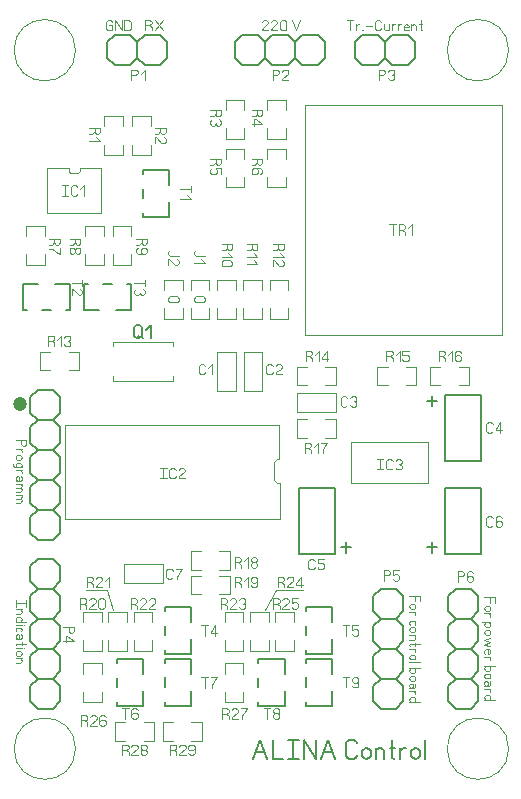
<source format=gbr>
%FSLAX34Y34*%
%MOMM*%
%LNSILK_TOP*%
G71*
G01*
%ADD10C, 0.10*%
%ADD11C, 0.11*%
%ADD12C, 0.15*%
%ADD13C, 0.13*%
%ADD14C, 0.20*%
%ADD15C, 1.20*%
%LPD*%
G54D10*
X50237Y-429775D02*
X50237Y-349775D01*
X231737Y-349775D01*
X231737Y-378975D01*
G54D10*
X231737Y-398981D02*
X229237Y-398981D01*
X226737Y-396481D01*
X226737Y-381481D01*
X229237Y-378981D01*
X231737Y-378981D01*
G54D10*
X231737Y-429775D02*
X50237Y-429775D01*
G54D10*
X232137Y-399475D02*
X232137Y-429575D01*
G54D11*
X130807Y-395190D02*
X136140Y-395190D01*
G54D11*
X133474Y-395190D02*
X133474Y-386301D01*
G54D11*
X130807Y-386301D02*
X136140Y-386301D01*
G54D11*
X143917Y-393524D02*
X143251Y-394635D01*
X141917Y-395190D01*
X140584Y-395190D01*
X139251Y-394635D01*
X138584Y-393524D01*
X138584Y-387968D01*
X139251Y-386857D01*
X140584Y-386301D01*
X141917Y-386301D01*
X143251Y-386857D01*
X143917Y-387968D01*
G54D11*
X151694Y-395190D02*
X146361Y-395190D01*
X146361Y-394635D01*
X147028Y-393524D01*
X151028Y-390190D01*
X151694Y-389079D01*
X151694Y-387968D01*
X151028Y-386857D01*
X149694Y-386301D01*
X148361Y-386301D01*
X147028Y-386857D01*
X146361Y-387968D01*
G54D12*
X26978Y-345794D02*
X20677Y-352094D01*
X20678Y-364894D01*
X26978Y-371194D01*
X39778Y-371194D01*
X46078Y-364894D01*
X46078Y-352094D01*
X39777Y-345794D01*
X26978Y-345794D01*
G54D12*
X26978Y-371194D02*
X20678Y-377494D01*
X20678Y-390294D01*
X26978Y-396594D01*
X39778Y-396594D01*
X46078Y-390294D01*
X46078Y-377494D01*
X39778Y-371194D01*
X26978Y-371194D01*
G54D12*
X26978Y-396594D02*
X20678Y-402894D01*
X20678Y-415694D01*
X26977Y-421994D01*
X39777Y-421994D01*
X46078Y-415694D01*
X46078Y-402894D01*
X39778Y-396594D01*
X26978Y-396594D01*
G54D12*
X26977Y-421994D02*
X20678Y-428294D01*
X20678Y-441094D01*
X26977Y-447394D01*
X39777Y-447394D01*
X46078Y-441094D01*
X46078Y-428294D01*
X39777Y-421994D01*
X26977Y-421994D01*
G54D12*
X26978Y-320394D02*
X20678Y-326694D01*
X20678Y-339494D01*
X26978Y-345794D01*
X39777Y-345794D01*
X46078Y-339494D01*
X46078Y-326694D01*
X39778Y-320394D01*
X26978Y-320394D01*
G54D10*
X292119Y-364138D02*
X292119Y-399138D01*
X357119Y-399138D01*
X357119Y-364138D01*
X292119Y-364138D01*
G54D11*
X314430Y-387664D02*
X319763Y-387664D01*
G54D11*
X317096Y-387664D02*
X317096Y-378775D01*
G54D11*
X314430Y-378775D02*
X319763Y-378775D01*
G54D11*
X327540Y-385997D02*
X326873Y-387108D01*
X325540Y-387664D01*
X324207Y-387664D01*
X322873Y-387108D01*
X322207Y-385997D01*
X322207Y-380442D01*
X322873Y-379331D01*
X324207Y-378775D01*
X325540Y-378775D01*
X326873Y-379331D01*
X327540Y-380442D01*
G54D11*
X329984Y-380442D02*
X330650Y-379331D01*
X331984Y-378775D01*
X333317Y-378775D01*
X334650Y-379331D01*
X335317Y-380442D01*
X335317Y-381553D01*
X334650Y-382664D01*
X333317Y-383220D01*
X334650Y-383775D01*
X335317Y-384886D01*
X335317Y-385997D01*
X334650Y-387108D01*
X333317Y-387664D01*
X331984Y-387664D01*
X330650Y-387108D01*
X329984Y-385997D01*
G54D10*
X99939Y-475819D02*
X99939Y-483757D01*
X124546Y-483757D01*
G54D10*
X99939Y-475819D02*
X99939Y-467882D01*
X108670Y-467882D01*
G54D10*
X132808Y-475819D02*
X132808Y-483757D01*
X124077Y-483757D01*
G54D10*
X132808Y-475819D02*
X132808Y-467882D01*
X108202Y-467882D01*
G54D12*
X248436Y-403018D02*
X278436Y-403018D01*
X278436Y-459368D01*
X248436Y-459368D01*
X248436Y-403018D01*
G54D11*
X261616Y-470548D02*
X260949Y-471659D01*
X259616Y-472214D01*
X258282Y-472214D01*
X256949Y-471659D01*
X256282Y-470548D01*
X256282Y-464992D01*
X256949Y-463881D01*
X258282Y-463325D01*
X259616Y-463325D01*
X260949Y-463881D01*
X261616Y-464992D01*
G54D11*
X269393Y-463325D02*
X264059Y-463325D01*
X264059Y-467214D01*
X264726Y-467214D01*
X266059Y-466659D01*
X267393Y-466659D01*
X268726Y-467214D01*
X269393Y-468325D01*
X269393Y-470548D01*
X268726Y-471659D01*
X267393Y-472214D01*
X266059Y-472214D01*
X264726Y-471659D01*
X264059Y-470548D01*
G54D13*
X112159Y-274367D02*
X116159Y-276367D01*
G54D13*
X115359Y-267701D02*
X115359Y-274367D01*
X114559Y-275701D01*
X112959Y-276367D01*
X111359Y-276367D01*
X109759Y-275701D01*
X108959Y-274367D01*
X108959Y-267701D01*
X109759Y-266367D01*
X111359Y-265701D01*
X112959Y-265701D01*
X114559Y-266367D01*
X115359Y-267701D01*
G54D13*
X119092Y-269701D02*
X123092Y-265701D01*
X123092Y-276367D01*
G54D10*
X279329Y-352974D02*
X279329Y-345036D01*
X270598Y-345036D01*
G54D10*
X279329Y-352974D02*
X279329Y-360912D01*
X270598Y-360911D01*
G54D10*
X246460Y-352974D02*
X246460Y-345036D01*
X255191Y-345036D01*
G54D10*
X246460Y-352974D02*
X246460Y-360912D01*
X255191Y-360912D01*
G54D10*
X279329Y-330749D02*
X279329Y-322811D01*
X254722Y-322812D01*
G54D10*
X279329Y-330749D02*
X279329Y-338686D01*
X270598Y-338686D01*
G54D10*
X246460Y-330749D02*
X246460Y-322812D01*
X255191Y-322812D01*
G54D10*
X246460Y-330749D02*
X246460Y-338686D01*
X271066Y-338686D01*
G54D10*
X279329Y-308524D02*
X279329Y-300586D01*
X270598Y-300586D01*
G54D10*
X279329Y-308524D02*
X279329Y-316462D01*
X270598Y-316461D01*
G54D10*
X246460Y-308524D02*
X246460Y-300586D01*
X255191Y-300586D01*
G54D10*
X246460Y-308524D02*
X246460Y-316462D01*
X255191Y-316462D01*
G54D10*
X209341Y-321029D02*
X217279Y-321029D01*
X217278Y-296423D01*
G54D10*
X209341Y-321029D02*
X201404Y-321029D01*
X201404Y-312298D01*
G54D10*
X209341Y-288160D02*
X217278Y-288160D01*
X217278Y-296891D01*
G54D10*
X209341Y-288160D02*
X201404Y-288160D01*
X201404Y-312766D01*
G54D10*
X187116Y-321029D02*
X195054Y-321029D01*
X195054Y-296423D01*
G54D10*
X187116Y-321029D02*
X179178Y-321029D01*
X179178Y-312298D01*
G54D10*
X187116Y-288160D02*
X195054Y-288160D01*
X195054Y-296891D01*
G54D10*
X187116Y-288160D02*
X179178Y-288160D01*
X179178Y-312766D01*
G54D11*
X141374Y-478822D02*
X140708Y-479934D01*
X139374Y-480489D01*
X138041Y-480489D01*
X136708Y-479934D01*
X136041Y-478822D01*
X136041Y-473267D01*
X136708Y-472156D01*
X138041Y-471600D01*
X139374Y-471600D01*
X140708Y-472156D01*
X141374Y-473267D01*
G54D11*
X143818Y-471600D02*
X149151Y-471600D01*
X148485Y-472711D01*
X147151Y-474378D01*
X145818Y-476600D01*
X145151Y-478267D01*
X145151Y-480489D01*
G54D11*
X255970Y-369338D02*
X257970Y-370449D01*
X258637Y-371560D01*
X258637Y-373782D01*
G54D11*
X253303Y-373782D02*
X253303Y-364894D01*
X256637Y-364894D01*
X257970Y-365449D01*
X258637Y-366560D01*
X258637Y-367671D01*
X257970Y-368782D01*
X256637Y-369338D01*
X253303Y-369338D01*
G54D11*
X261080Y-368227D02*
X264414Y-364894D01*
X264414Y-373782D01*
G54D11*
X266857Y-364894D02*
X272191Y-364894D01*
X271524Y-366005D01*
X270191Y-367671D01*
X268857Y-369894D01*
X268191Y-371560D01*
X268191Y-373782D01*
G54D11*
X289132Y-332766D02*
X288465Y-333877D01*
X287132Y-334433D01*
X285798Y-334433D01*
X284465Y-333877D01*
X283798Y-332766D01*
X283798Y-327211D01*
X284465Y-326100D01*
X285798Y-325544D01*
X287132Y-325544D01*
X288465Y-326100D01*
X289132Y-327211D01*
G54D11*
X291575Y-327211D02*
X292242Y-326100D01*
X293575Y-325544D01*
X294909Y-325544D01*
X296242Y-326100D01*
X296909Y-327211D01*
X296909Y-328322D01*
X296242Y-329433D01*
X294909Y-329989D01*
X296242Y-330544D01*
X296909Y-331655D01*
X296909Y-332766D01*
X296242Y-333877D01*
X294909Y-334433D01*
X293575Y-334433D01*
X292242Y-333877D01*
X291575Y-332766D01*
G54D11*
X412282Y-434468D02*
X411615Y-435579D01*
X410282Y-436134D01*
X408948Y-436134D01*
X407615Y-435579D01*
X406948Y-434468D01*
X406948Y-428912D01*
X407615Y-427801D01*
X408948Y-427245D01*
X410282Y-427245D01*
X411615Y-427801D01*
X412282Y-428912D01*
G54D11*
X420059Y-428912D02*
X419392Y-427801D01*
X418059Y-427245D01*
X416725Y-427245D01*
X415392Y-427801D01*
X414725Y-428912D01*
X414725Y-431690D01*
X414725Y-432245D01*
X416725Y-431134D01*
X418059Y-431134D01*
X419392Y-431690D01*
X420059Y-432801D01*
X420059Y-434468D01*
X419392Y-435579D01*
X418059Y-436134D01*
X416725Y-436134D01*
X415392Y-435579D01*
X414725Y-434468D01*
X414725Y-431690D01*
G54D12*
X372261Y-403018D02*
X402261Y-403018D01*
X402261Y-459368D01*
X372261Y-459368D01*
X372261Y-403018D01*
G54D11*
X256667Y-291624D02*
X258667Y-292735D01*
X259333Y-293846D01*
X259333Y-296068D01*
G54D11*
X254000Y-296068D02*
X254000Y-287180D01*
X257333Y-287180D01*
X258667Y-287735D01*
X259333Y-288846D01*
X259333Y-289957D01*
X258667Y-291068D01*
X257333Y-291624D01*
X254000Y-291624D01*
G54D11*
X261777Y-290513D02*
X265110Y-287180D01*
X265110Y-296068D01*
G54D11*
X271554Y-296068D02*
X271554Y-287180D01*
X267554Y-292735D01*
X267554Y-293846D01*
X272887Y-293846D01*
G54D10*
X90488Y-283369D02*
X90488Y-279797D01*
X141288Y-279797D01*
X141288Y-283369D01*
G54D10*
X141288Y-308769D02*
X141288Y-312341D01*
X90488Y-312341D01*
X90488Y-308769D01*
G54D12*
X288131Y-457994D02*
X288131Y-449262D01*
G54D12*
X283766Y-453628D02*
X292497Y-453628D01*
G54D12*
X361156Y-457994D02*
X361156Y-449262D01*
G54D12*
X356791Y-453628D02*
X365522Y-453628D01*
G54D12*
X276619Y-574820D02*
X276619Y-587520D01*
X254394Y-587520D01*
X254394Y-584346D01*
G54D12*
X254394Y-571646D02*
X254394Y-563708D01*
G54D12*
X276619Y-560683D02*
X276619Y-547983D01*
X254394Y-547983D01*
X254394Y-551158D01*
G54D12*
X276618Y-517026D02*
X276618Y-504326D01*
X254393Y-504326D01*
X254393Y-507501D01*
G54D12*
X254393Y-520201D02*
X254393Y-528138D01*
G54D12*
X276618Y-531164D02*
X276618Y-543864D01*
X254393Y-543864D01*
X254393Y-540688D01*
G54D12*
X236137Y-560682D02*
X236137Y-547982D01*
X213912Y-547982D01*
X213912Y-551157D01*
G54D12*
X213912Y-563857D02*
X213912Y-571795D01*
G54D12*
X236137Y-574820D02*
X236137Y-587520D01*
X213912Y-587520D01*
X213912Y-584345D01*
G54D10*
X214637Y-541002D02*
X222575Y-541002D01*
X222575Y-532270D01*
G54D10*
X214637Y-541002D02*
X206700Y-541002D01*
X206700Y-532270D01*
G54D10*
X214637Y-508133D02*
X222575Y-508133D01*
X222575Y-516864D01*
G54D10*
X214637Y-508133D02*
X206700Y-508133D01*
X206700Y-516864D01*
G54D10*
X236068Y-541002D02*
X244006Y-541002D01*
X244006Y-532270D01*
G54D10*
X236068Y-541002D02*
X228131Y-541002D01*
X228131Y-532270D01*
G54D10*
X236068Y-508133D02*
X244006Y-508133D01*
X244006Y-516864D01*
G54D10*
X236068Y-508133D02*
X228131Y-508133D01*
X228131Y-516864D01*
G54D10*
X193206Y-541002D02*
X201144Y-541002D01*
X201144Y-532270D01*
G54D10*
X193206Y-541002D02*
X185268Y-541002D01*
X185268Y-532270D01*
G54D10*
X193206Y-508133D02*
X201144Y-508133D01*
X201144Y-516864D01*
G54D10*
X193206Y-508133D02*
X185268Y-508133D01*
X185268Y-516864D01*
G54D12*
X380990Y-488669D02*
X374690Y-494970D01*
X374690Y-507769D01*
X380990Y-514070D01*
X393790Y-514069D01*
X400090Y-507769D01*
X400090Y-494969D01*
X393790Y-488669D01*
X380990Y-488669D01*
G54D12*
X380990Y-514070D02*
X374690Y-520369D01*
X374690Y-533169D01*
X380990Y-539469D01*
X393790Y-539469D01*
X400090Y-533169D01*
X400090Y-520369D01*
X393790Y-514069D01*
X380990Y-514070D01*
G54D12*
X380990Y-539469D02*
X374690Y-545769D01*
X374690Y-558569D01*
X380990Y-564869D01*
X393790Y-564869D01*
X400090Y-558569D01*
X400090Y-545769D01*
X393790Y-539469D01*
X380990Y-539469D01*
G54D12*
X380990Y-564869D02*
X374690Y-571169D01*
X374690Y-583969D01*
X380990Y-590269D01*
X393790Y-590269D01*
X400090Y-583969D01*
X400090Y-571169D01*
X393790Y-564869D01*
X380990Y-564869D01*
G54D12*
X78922Y-252753D02*
X66222Y-252753D01*
X66222Y-230528D01*
X69397Y-230528D01*
G54D12*
X82097Y-230528D02*
X90034Y-230528D01*
G54D12*
X93060Y-252753D02*
X105759Y-252753D01*
X105760Y-230528D01*
X102585Y-230528D01*
G54D12*
X27329Y-230566D02*
X14629Y-230566D01*
X14629Y-252790D01*
X17804Y-252790D01*
G54D12*
X30504Y-252790D02*
X38442Y-252790D01*
G54D12*
X41466Y-230566D02*
X54166Y-230566D01*
X54166Y-252791D01*
X50992Y-252790D01*
G54D10*
X57931Y-136916D02*
X61106Y-136916D01*
X62693Y-135329D01*
X62693Y-132154D01*
X80950Y-132154D01*
X80950Y-170254D01*
X34912Y-170254D01*
X34912Y-132154D01*
X53168Y-132154D01*
X53168Y-135329D01*
X54756Y-136916D01*
X57931Y-136916D01*
G54D12*
X138568Y-146953D02*
X138568Y-134253D01*
X116343Y-134253D01*
X116343Y-137428D01*
G54D12*
X116343Y-150128D02*
X116343Y-158065D01*
G54D12*
X138568Y-161090D02*
X138568Y-173790D01*
X116343Y-173790D01*
X116343Y-170615D01*
G54D10*
X115019Y-121384D02*
X122957Y-121385D01*
X122957Y-112653D01*
G54D10*
X115019Y-121384D02*
X107082Y-121385D01*
X107082Y-112653D01*
G54D10*
X115020Y-88516D02*
X122957Y-88516D01*
X122957Y-97247D01*
G54D10*
X115020Y-88516D02*
X107082Y-88516D01*
X107082Y-97247D01*
G54D10*
X25326Y-214253D02*
X33263Y-214253D01*
X33263Y-205522D01*
G54D10*
X25326Y-214253D02*
X17388Y-214253D01*
X17388Y-205522D01*
G54D10*
X25326Y-181385D02*
X33263Y-181384D01*
X33263Y-190116D01*
G54D10*
X25326Y-181385D02*
X17388Y-181385D01*
X17388Y-190116D01*
G54D10*
X75332Y-214253D02*
X83269Y-214253D01*
X83269Y-205522D01*
G54D10*
X75332Y-214253D02*
X67394Y-214253D01*
X67394Y-205522D01*
G54D10*
X75332Y-181385D02*
X83269Y-181384D01*
X83269Y-190116D01*
G54D10*
X75332Y-181385D02*
X67394Y-181385D01*
X67394Y-190116D01*
G54D10*
X98351Y-214253D02*
X106288Y-214253D01*
X106288Y-205522D01*
G54D10*
X98351Y-214253D02*
X90413Y-214253D01*
X90413Y-205522D01*
G54D10*
X98351Y-181385D02*
X106288Y-181384D01*
X106288Y-190116D01*
G54D10*
X98351Y-181385D02*
X90413Y-181385D01*
X90413Y-190116D01*
G54D11*
X147854Y-150322D02*
X156743Y-150322D01*
G54D11*
X156743Y-147656D02*
X156743Y-152989D01*
G54D11*
X153410Y-155432D02*
X156743Y-158766D01*
X147854Y-158766D01*
G54D11*
X55779Y-229697D02*
X64668Y-229697D01*
G54D11*
X64668Y-227030D02*
X64668Y-232364D01*
G54D11*
X55779Y-240141D02*
X55779Y-234808D01*
X56335Y-234808D01*
X57446Y-235474D01*
X60779Y-239474D01*
X61890Y-240141D01*
X63001Y-240141D01*
X64113Y-239474D01*
X64668Y-238141D01*
X64668Y-236808D01*
X64113Y-235474D01*
X63001Y-234808D01*
G54D11*
X114992Y-194772D02*
X113881Y-196772D01*
X112770Y-197439D01*
X110548Y-197439D01*
G54D11*
X110548Y-192106D02*
X119437Y-192106D01*
X119437Y-195439D01*
X118881Y-196772D01*
X117770Y-197439D01*
X116659Y-197439D01*
X115548Y-196772D01*
X114992Y-195439D01*
X114992Y-192106D01*
G54D11*
X112215Y-199882D02*
X111104Y-200549D01*
X110548Y-201882D01*
X110548Y-203216D01*
X111104Y-204549D01*
X112215Y-205216D01*
X114992Y-205216D01*
X115548Y-205216D01*
X114437Y-203216D01*
X114437Y-201882D01*
X114992Y-200549D01*
X116104Y-199882D01*
X117770Y-199882D01*
X118881Y-200549D01*
X119437Y-201882D01*
X119437Y-203216D01*
X118881Y-204549D01*
X117770Y-205216D01*
X114992Y-205216D01*
G54D11*
X58636Y-194772D02*
X57525Y-196772D01*
X56414Y-197439D01*
X54192Y-197439D01*
G54D11*
X54192Y-192106D02*
X63081Y-192106D01*
X63081Y-195439D01*
X62525Y-196772D01*
X61414Y-197439D01*
X60303Y-197439D01*
X59192Y-196772D01*
X58636Y-195439D01*
X58636Y-192106D01*
G54D11*
X58636Y-203216D02*
X58636Y-201882D01*
X59192Y-200549D01*
X60303Y-199882D01*
X61414Y-199882D01*
X62525Y-200549D01*
X63081Y-201882D01*
X63081Y-203216D01*
X62525Y-204549D01*
X61414Y-205216D01*
X60303Y-205216D01*
X59192Y-204549D01*
X58636Y-203216D01*
X58081Y-204549D01*
X56970Y-205216D01*
X55858Y-205216D01*
X54747Y-204549D01*
X54192Y-203216D01*
X54192Y-201882D01*
X54747Y-200549D01*
X55858Y-199882D01*
X56970Y-199882D01*
X58081Y-200549D01*
X58636Y-201882D01*
G54D11*
X41174Y-194772D02*
X40063Y-196772D01*
X38951Y-197439D01*
X36729Y-197439D01*
G54D11*
X36729Y-192106D02*
X45618Y-192106D01*
X45618Y-195439D01*
X45063Y-196772D01*
X43951Y-197439D01*
X42840Y-197439D01*
X41729Y-196772D01*
X41174Y-195439D01*
X41174Y-192106D01*
G54D11*
X45618Y-199882D02*
X45618Y-205216D01*
X44507Y-204549D01*
X42840Y-203216D01*
X40618Y-201882D01*
X38951Y-201216D01*
X36729Y-201216D01*
G54D11*
X75305Y-101110D02*
X74194Y-103110D01*
X73083Y-103777D01*
X70861Y-103777D01*
G54D11*
X70861Y-98443D02*
X79749Y-98443D01*
X79749Y-101777D01*
X79194Y-103110D01*
X78083Y-103777D01*
X76972Y-103777D01*
X75861Y-103110D01*
X75305Y-101777D01*
X75305Y-98443D01*
G54D11*
X76416Y-106220D02*
X79749Y-109554D01*
X70861Y-109554D01*
G54D11*
X47503Y-155842D02*
X52836Y-155842D01*
G54D11*
X50170Y-155842D02*
X50170Y-146953D01*
G54D11*
X47503Y-146953D02*
X52836Y-146953D01*
G54D11*
X60613Y-154175D02*
X59947Y-155286D01*
X58613Y-155842D01*
X57280Y-155842D01*
X55947Y-155286D01*
X55280Y-154175D01*
X55280Y-148620D01*
X55947Y-147509D01*
X57280Y-146953D01*
X58613Y-146953D01*
X59947Y-147509D01*
X60613Y-148620D01*
G54D11*
X63057Y-150286D02*
X66390Y-146953D01*
X66390Y-155842D01*
G54D12*
X317490Y-488669D02*
X311190Y-494970D01*
X311190Y-507769D01*
X317490Y-514070D01*
X330290Y-514069D01*
X336590Y-507769D01*
X336590Y-494969D01*
X330290Y-488669D01*
X317490Y-488669D01*
G54D12*
X317490Y-514070D02*
X311190Y-520369D01*
X311190Y-533169D01*
X317490Y-539469D01*
X330290Y-539469D01*
X336590Y-533169D01*
X336590Y-520369D01*
X330290Y-514069D01*
X317490Y-514070D01*
G54D12*
X317490Y-539469D02*
X311190Y-545769D01*
X311190Y-558569D01*
X317490Y-564869D01*
X330290Y-564869D01*
X336590Y-558569D01*
X336590Y-545769D01*
X330290Y-539469D01*
X317490Y-539469D01*
G54D12*
X317490Y-564869D02*
X311190Y-571169D01*
X311190Y-583969D01*
X317490Y-590269D01*
X330290Y-590269D01*
X336590Y-583969D01*
X336590Y-571169D01*
X330290Y-564869D01*
X317490Y-564869D01*
G54D10*
X193206Y-584658D02*
X201144Y-584658D01*
X201144Y-575926D01*
G54D10*
X193206Y-584658D02*
X185268Y-584658D01*
X185268Y-575926D01*
G54D10*
X193206Y-551789D02*
X201144Y-551789D01*
X201144Y-560520D01*
G54D10*
X193206Y-551789D02*
X185268Y-551789D01*
X185268Y-560520D01*
G54D12*
X156762Y-574820D02*
X156762Y-587520D01*
X134538Y-587520D01*
X134538Y-584346D01*
G54D12*
X134538Y-571646D02*
X134538Y-563708D01*
G54D12*
X156762Y-560683D02*
X156762Y-547983D01*
X134538Y-547983D01*
X134538Y-551158D01*
G54D12*
X156762Y-517026D02*
X156762Y-504326D01*
X134537Y-504326D01*
X134537Y-507501D01*
G54D12*
X134537Y-520201D02*
X134537Y-528138D01*
G54D12*
X156762Y-531164D02*
X156762Y-543864D01*
X134537Y-543864D01*
X134537Y-540688D01*
G54D12*
X116281Y-560682D02*
X116281Y-547982D01*
X94056Y-547982D01*
X94056Y-551157D01*
G54D12*
X94056Y-563857D02*
X94056Y-571795D01*
G54D12*
X116281Y-574820D02*
X116281Y-587520D01*
X94056Y-587520D01*
X94056Y-584345D01*
G54D10*
X94781Y-541002D02*
X102718Y-541002D01*
X102718Y-532270D01*
G54D10*
X94781Y-541002D02*
X86844Y-541002D01*
X86844Y-532270D01*
G54D10*
X94781Y-508133D02*
X102718Y-508133D01*
X102718Y-516864D01*
G54D10*
X94781Y-508133D02*
X86844Y-508133D01*
X86844Y-516864D01*
G54D10*
X116212Y-541002D02*
X124150Y-541002D01*
X124150Y-532270D01*
G54D10*
X116212Y-541002D02*
X108275Y-541002D01*
X108275Y-532270D01*
G54D10*
X116212Y-508133D02*
X124150Y-508133D01*
X124150Y-516864D01*
G54D10*
X116212Y-508133D02*
X108275Y-508133D01*
X108275Y-516864D01*
G54D10*
X73350Y-541002D02*
X81287Y-541002D01*
X81287Y-532270D01*
G54D10*
X73350Y-541002D02*
X65412Y-541002D01*
X65412Y-532270D01*
G54D10*
X73350Y-508133D02*
X81287Y-508133D01*
X81287Y-516864D01*
G54D10*
X73350Y-508133D02*
X65412Y-508133D01*
X65412Y-516864D01*
G54D10*
X73350Y-584658D02*
X81287Y-584658D01*
X81287Y-575926D01*
G54D10*
X73350Y-584658D02*
X65412Y-584658D01*
X65412Y-575926D01*
G54D10*
X73350Y-551789D02*
X81287Y-551789D01*
X81287Y-560520D01*
G54D10*
X73350Y-551789D02*
X65412Y-551789D01*
X65412Y-560520D01*
G54D12*
X26978Y-488669D02*
X20677Y-494970D01*
X20678Y-507769D01*
X26978Y-514070D01*
X39778Y-514069D01*
X46078Y-507769D01*
X46078Y-494969D01*
X39777Y-488669D01*
X26978Y-488669D01*
G54D12*
X26978Y-514070D02*
X20678Y-520369D01*
X20678Y-533169D01*
X26978Y-539469D01*
X39778Y-539469D01*
X46078Y-533169D01*
X46078Y-520369D01*
X39778Y-514069D01*
X26978Y-514070D01*
G54D12*
X26978Y-539469D02*
X20678Y-545769D01*
X20678Y-558569D01*
X26977Y-564869D01*
X39777Y-564869D01*
X46078Y-558569D01*
X46078Y-545769D01*
X39778Y-539469D01*
X26978Y-539469D01*
G54D12*
X26977Y-564869D02*
X20678Y-571169D01*
X20678Y-583969D01*
X26977Y-590269D01*
X39777Y-590269D01*
X46078Y-583969D01*
X46078Y-571169D01*
X39777Y-564869D01*
X26977Y-564869D01*
G54D10*
X189635Y-464893D02*
X189635Y-456955D01*
X180904Y-456955D01*
G54D10*
X189635Y-464893D02*
X189635Y-472830D01*
X180904Y-472830D01*
G54D10*
X156766Y-464893D02*
X156766Y-456955D01*
X165498Y-456955D01*
G54D10*
X156766Y-464893D02*
X156766Y-472830D01*
X165498Y-472830D01*
G54D10*
X189635Y-485530D02*
X189635Y-477593D01*
X180904Y-477593D01*
G54D10*
X189635Y-485530D02*
X189635Y-493468D01*
X180904Y-493468D01*
G54D10*
X156766Y-485530D02*
X156766Y-477593D01*
X165498Y-477593D01*
G54D10*
X156766Y-485530D02*
X156766Y-493468D01*
X165498Y-493468D01*
G54D12*
X372261Y-324437D02*
X402261Y-324437D01*
X402261Y-380787D01*
X372261Y-380787D01*
X372261Y-324437D01*
G54D10*
X347592Y-308524D02*
X347591Y-300586D01*
X338860Y-300586D01*
G54D10*
X347592Y-308524D02*
X347591Y-316462D01*
X338860Y-316461D01*
G54D10*
X314723Y-308524D02*
X314722Y-300586D01*
X323454Y-300586D01*
G54D10*
X314723Y-308524D02*
X314722Y-316462D01*
X323454Y-316462D01*
G54D10*
X392042Y-308524D02*
X392041Y-300586D01*
X383310Y-300586D01*
G54D10*
X392042Y-308524D02*
X392041Y-316462D01*
X383310Y-316461D01*
G54D10*
X359173Y-308524D02*
X359172Y-300586D01*
X367904Y-300586D01*
G54D10*
X359173Y-308524D02*
X359172Y-316462D01*
X367904Y-316462D01*
G54D10*
X419894Y-273844D02*
X253206Y-273844D01*
X253206Y-79375D01*
X419894Y-79375D01*
X419894Y-273844D01*
G54D10*
X231306Y-260014D02*
X239244Y-260014D01*
X239244Y-251283D01*
G54D10*
X231306Y-260014D02*
X223368Y-260014D01*
X223368Y-251283D01*
G54D10*
X231306Y-227145D02*
X239244Y-227145D01*
X239244Y-235876D01*
G54D10*
X231306Y-227145D02*
X223368Y-227145D01*
X223368Y-235876D01*
G54D10*
X209081Y-260014D02*
X217018Y-260014D01*
X217018Y-251283D01*
G54D10*
X209081Y-260014D02*
X201144Y-260014D01*
X201144Y-251283D01*
G54D10*
X209081Y-227145D02*
X217018Y-227145D01*
X217018Y-235876D01*
G54D10*
X209081Y-227145D02*
X201144Y-227145D01*
X201144Y-235876D01*
G54D10*
X228925Y-148889D02*
X236862Y-148889D01*
X236862Y-140158D01*
G54D10*
X228925Y-148889D02*
X220987Y-148889D01*
X220987Y-140158D01*
G54D10*
X228925Y-116020D02*
X236862Y-116020D01*
X236862Y-124752D01*
G54D10*
X228925Y-116020D02*
X220987Y-116020D01*
X220987Y-124752D01*
G54D10*
X194000Y-148889D02*
X201937Y-148889D01*
X201937Y-140158D01*
G54D10*
X194000Y-148889D02*
X186062Y-148889D01*
X186062Y-140158D01*
G54D10*
X194000Y-116020D02*
X201937Y-116020D01*
X201937Y-124752D01*
G54D10*
X194000Y-116020D02*
X186062Y-116020D01*
X186062Y-124752D01*
G54D10*
G75*
G01X425725Y-624026D02*
G03X425725Y-624026I-26000J0D01*
G01*
G54D10*
G75*
G01X59012Y-624026D02*
G03X59012Y-624026I-26000J0D01*
G01*
G54D10*
G75*
G01X425725Y-32683D02*
G03X425725Y-32683I-26000J0D01*
G01*
G54D10*
G75*
G01X59012Y-32683D02*
G03X59012Y-32683I-26000J0D01*
G01*
G54D10*
X91207Y-121384D02*
X99144Y-121385D01*
X99144Y-112653D01*
G54D10*
X91207Y-121384D02*
X83269Y-121385D01*
X83270Y-112653D01*
G54D10*
X91207Y-88516D02*
X99144Y-88516D01*
X99144Y-97247D01*
G54D10*
X91207Y-88516D02*
X83269Y-88516D01*
X83269Y-97247D01*
G54D10*
X187183Y-260014D02*
X195120Y-260014D01*
X195120Y-251283D01*
G54D10*
X187183Y-260014D02*
X179245Y-260014D01*
X179245Y-251283D01*
G54D10*
X187183Y-227145D02*
X195120Y-227145D01*
X195120Y-235876D01*
G54D10*
X187183Y-227145D02*
X179245Y-227145D01*
X179245Y-235876D01*
G54D11*
X130868Y-101110D02*
X129756Y-103110D01*
X128645Y-103777D01*
X126423Y-103777D01*
G54D11*
X126423Y-98443D02*
X135312Y-98443D01*
X135312Y-101777D01*
X134756Y-103110D01*
X133645Y-103777D01*
X132534Y-103777D01*
X131423Y-103110D01*
X130868Y-101777D01*
X130868Y-98443D01*
G54D11*
X126423Y-111554D02*
X126423Y-106220D01*
X126979Y-106220D01*
X128090Y-106887D01*
X131423Y-110887D01*
X132534Y-111554D01*
X133645Y-111554D01*
X134756Y-110887D01*
X135312Y-109554D01*
X135312Y-108220D01*
X134756Y-106887D01*
X133645Y-106220D01*
G54D12*
X26978Y-463269D02*
X20677Y-469570D01*
X20678Y-482369D01*
X26978Y-488670D01*
X39778Y-488669D01*
X46078Y-482369D01*
X46078Y-469569D01*
X39777Y-463269D01*
X26978Y-463269D01*
G54D12*
X295664Y-38858D02*
X301964Y-45158D01*
X314764Y-45158D01*
X321064Y-38858D01*
X321064Y-26059D01*
X314764Y-19758D01*
X301964Y-19758D01*
X295664Y-26058D01*
X295664Y-38858D01*
G54D12*
X321064Y-38858D02*
X327364Y-45158D01*
X340164Y-45158D01*
X346464Y-38858D01*
X346464Y-26059D01*
X340164Y-19758D01*
X327364Y-19758D01*
X321064Y-26059D01*
X321064Y-38858D01*
G54D12*
X270265Y-26058D02*
X263965Y-19758D01*
X251165Y-19758D01*
X244865Y-26058D01*
X244865Y-38858D01*
X251165Y-45158D01*
X263965Y-45158D01*
X270265Y-38858D01*
X270265Y-26058D01*
G54D12*
X244865Y-26058D02*
X238565Y-19758D01*
X225765Y-19758D01*
X219465Y-26058D01*
X219465Y-38858D01*
X225765Y-45158D01*
X238565Y-45158D01*
X244865Y-38858D01*
X244865Y-26058D01*
G54D12*
X219465Y-26058D02*
X213165Y-19758D01*
X200365Y-19758D01*
X194065Y-26058D01*
X194065Y-38858D01*
X200365Y-45158D01*
X213165Y-45158D01*
X219465Y-38858D01*
X219465Y-26058D01*
G54D12*
X136915Y-26058D02*
X130615Y-19758D01*
X117815Y-19758D01*
X111515Y-26058D01*
X111515Y-38858D01*
X117815Y-45158D01*
X130615Y-45158D01*
X136915Y-38858D01*
X136915Y-26058D01*
G54D12*
X111515Y-26058D02*
X105215Y-19758D01*
X92415Y-19758D01*
X86115Y-26058D01*
X86115Y-38858D01*
X92415Y-45158D01*
X105215Y-45158D01*
X111515Y-38858D01*
X111515Y-26058D01*
G54D11*
X108960Y-229697D02*
X117849Y-229697D01*
G54D11*
X117849Y-227030D02*
X117849Y-232364D01*
G54D11*
X116183Y-234808D02*
X117294Y-235474D01*
X117849Y-236808D01*
X117849Y-238141D01*
X117294Y-239474D01*
X116183Y-240141D01*
X115072Y-240141D01*
X113960Y-239474D01*
X113405Y-238141D01*
X112849Y-239474D01*
X111738Y-240141D01*
X110627Y-240141D01*
X109516Y-239474D01*
X108960Y-238141D01*
X108960Y-236808D01*
X109516Y-235474D01*
X110627Y-234808D01*
G54D10*
X125342Y-609355D02*
X125341Y-601418D01*
X116610Y-601418D01*
G54D10*
X125342Y-609355D02*
X125341Y-617293D01*
X116610Y-617293D01*
G54D10*
X92473Y-609355D02*
X92472Y-601418D01*
X101204Y-601418D01*
G54D10*
X92473Y-609355D02*
X92472Y-617293D01*
X101204Y-617293D01*
G54D10*
X165823Y-609355D02*
X165822Y-601418D01*
X157091Y-601418D01*
G54D10*
X165823Y-609355D02*
X165822Y-617293D01*
X157091Y-617293D01*
G54D10*
X132954Y-609355D02*
X132954Y-601418D01*
X141685Y-601418D01*
G54D10*
X132954Y-609355D02*
X132954Y-617293D01*
X141685Y-617293D01*
G54D10*
X228925Y-107614D02*
X236862Y-107614D01*
X236862Y-98883D01*
G54D10*
X228925Y-107614D02*
X220987Y-107614D01*
X220987Y-98883D01*
G54D10*
X228925Y-74745D02*
X236862Y-74745D01*
X236862Y-83476D01*
G54D10*
X228925Y-74745D02*
X220987Y-74745D01*
X220987Y-83476D01*
G54D10*
X194000Y-107614D02*
X201937Y-107614D01*
X201937Y-98883D01*
G54D10*
X194000Y-107614D02*
X186062Y-107614D01*
X186062Y-98883D01*
G54D10*
X194000Y-74745D02*
X201937Y-74745D01*
X201937Y-83476D01*
G54D10*
X194000Y-74745D02*
X186062Y-74745D01*
X186062Y-83476D01*
G54D11*
X324929Y-291624D02*
X326929Y-292735D01*
X327596Y-293846D01*
X327596Y-296068D01*
G54D11*
X322262Y-296068D02*
X322262Y-287180D01*
X325596Y-287180D01*
X326929Y-287735D01*
X327596Y-288846D01*
X327596Y-289957D01*
X326929Y-291068D01*
X325596Y-291624D01*
X322262Y-291624D01*
G54D11*
X330040Y-290513D02*
X333373Y-287180D01*
X333373Y-296068D01*
G54D11*
X341150Y-287180D02*
X335816Y-287180D01*
X335816Y-291068D01*
X336483Y-291068D01*
X337816Y-290513D01*
X339150Y-290513D01*
X340483Y-291068D01*
X341150Y-292180D01*
X341150Y-294402D01*
X340483Y-295513D01*
X339150Y-296068D01*
X337816Y-296068D01*
X336483Y-295513D01*
X335816Y-294402D01*
G54D11*
X369379Y-291624D02*
X371379Y-292735D01*
X372046Y-293846D01*
X372046Y-296068D01*
G54D11*
X366712Y-296068D02*
X366712Y-287180D01*
X370046Y-287180D01*
X371379Y-287735D01*
X372046Y-288846D01*
X372046Y-289957D01*
X371379Y-291068D01*
X370046Y-291624D01*
X366712Y-291624D01*
G54D11*
X374490Y-290513D02*
X377823Y-287180D01*
X377823Y-296068D01*
G54D11*
X385600Y-288846D02*
X384933Y-287735D01*
X383600Y-287180D01*
X382266Y-287180D01*
X380933Y-287735D01*
X380266Y-288846D01*
X380266Y-291624D01*
X380266Y-292180D01*
X382266Y-291068D01*
X383600Y-291068D01*
X384933Y-291624D01*
X385600Y-292735D01*
X385600Y-294402D01*
X384933Y-295513D01*
X383600Y-296068D01*
X382266Y-296068D01*
X380933Y-295513D01*
X380266Y-294402D01*
X380266Y-291624D01*
G54D11*
X412282Y-355093D02*
X411615Y-356204D01*
X410282Y-356759D01*
X408948Y-356759D01*
X407615Y-356204D01*
X406948Y-355093D01*
X406948Y-349537D01*
X407615Y-348426D01*
X408948Y-347870D01*
X410282Y-347870D01*
X411615Y-348426D01*
X412282Y-349537D01*
G54D11*
X418725Y-356759D02*
X418725Y-347870D01*
X414725Y-353426D01*
X414725Y-354537D01*
X420059Y-354537D01*
G54D12*
X361156Y-334169D02*
X361156Y-325438D01*
G54D12*
X356791Y-329803D02*
X365522Y-329803D01*
G54D11*
X196558Y-466267D02*
X198558Y-467378D01*
X199225Y-468490D01*
X199225Y-470712D01*
G54D11*
X193892Y-470712D02*
X193892Y-461823D01*
X197225Y-461823D01*
X198558Y-462378D01*
X199225Y-463490D01*
X199225Y-464601D01*
X198558Y-465712D01*
X197225Y-466267D01*
X193892Y-466267D01*
G54D11*
X201669Y-465156D02*
X205002Y-461823D01*
X205002Y-470712D01*
G54D11*
X210779Y-466267D02*
X209446Y-466267D01*
X208112Y-465712D01*
X207446Y-464601D01*
X207446Y-463490D01*
X208112Y-462378D01*
X209446Y-461823D01*
X210779Y-461823D01*
X212112Y-462378D01*
X212779Y-463490D01*
X212779Y-464601D01*
X212112Y-465712D01*
X210779Y-466267D01*
X212112Y-466823D01*
X212779Y-467934D01*
X212779Y-469045D01*
X212112Y-470156D01*
X210779Y-470712D01*
X209446Y-470712D01*
X208112Y-470156D01*
X207446Y-469045D01*
X207446Y-467934D01*
X208112Y-466823D01*
X209446Y-466267D01*
G54D11*
X196558Y-482936D02*
X198558Y-484047D01*
X199225Y-485158D01*
X199225Y-487380D01*
G54D11*
X193892Y-487380D02*
X193892Y-478492D01*
X197225Y-478492D01*
X198558Y-479047D01*
X199225Y-480158D01*
X199225Y-481269D01*
X198558Y-482380D01*
X197225Y-482936D01*
X193892Y-482936D01*
G54D11*
X201669Y-481825D02*
X205002Y-478492D01*
X205002Y-487380D01*
G54D11*
X207446Y-485714D02*
X208112Y-486825D01*
X209446Y-487380D01*
X210779Y-487380D01*
X212112Y-486825D01*
X212779Y-485714D01*
X212779Y-482936D01*
X212779Y-482380D01*
X210779Y-483492D01*
X209446Y-483492D01*
X208112Y-482936D01*
X207446Y-481825D01*
X207446Y-480158D01*
X208112Y-479047D01*
X209446Y-478492D01*
X210779Y-478492D01*
X212112Y-479047D01*
X212779Y-480158D01*
X212779Y-482936D01*
G54D11*
X212624Y-86029D02*
X211513Y-88029D01*
X210402Y-88695D01*
X208179Y-88695D01*
G54D11*
X208179Y-83362D02*
X217068Y-83362D01*
X217068Y-86695D01*
X216513Y-88029D01*
X215402Y-88695D01*
X214290Y-88695D01*
X213179Y-88029D01*
X212624Y-86695D01*
X212624Y-83362D01*
G54D11*
X208179Y-95139D02*
X217068Y-95139D01*
X211513Y-91139D01*
X210402Y-91139D01*
X210402Y-96472D01*
G54D11*
X212624Y-127304D02*
X211513Y-129304D01*
X210402Y-129970D01*
X208179Y-129970D01*
G54D11*
X208179Y-124637D02*
X217068Y-124637D01*
X217068Y-127970D01*
X216513Y-129304D01*
X215402Y-129970D01*
X214290Y-129970D01*
X213179Y-129304D01*
X212624Y-127970D01*
X212624Y-124637D01*
G54D11*
X215402Y-137747D02*
X216513Y-137081D01*
X217068Y-135747D01*
X217068Y-134414D01*
X216513Y-133081D01*
X215402Y-132414D01*
X212624Y-132414D01*
X212068Y-132414D01*
X213179Y-134414D01*
X213179Y-135747D01*
X212624Y-137081D01*
X211513Y-137747D01*
X209846Y-137747D01*
X208735Y-137081D01*
X208179Y-135747D01*
X208179Y-134414D01*
X208735Y-133081D01*
X209846Y-132414D01*
X212624Y-132414D01*
G54D11*
X177699Y-86029D02*
X176588Y-88029D01*
X175477Y-88695D01*
X173254Y-88695D01*
G54D11*
X173254Y-83362D02*
X182143Y-83362D01*
X182143Y-86695D01*
X181588Y-88029D01*
X180477Y-88695D01*
X179365Y-88695D01*
X178254Y-88029D01*
X177699Y-86695D01*
X177699Y-83362D01*
G54D11*
X180477Y-91139D02*
X181588Y-91806D01*
X182143Y-93139D01*
X182143Y-94472D01*
X181588Y-95806D01*
X180477Y-96472D01*
X179365Y-96472D01*
X178254Y-95806D01*
X177699Y-94472D01*
X177143Y-95806D01*
X176032Y-96472D01*
X174921Y-96472D01*
X173810Y-95806D01*
X173254Y-94472D01*
X173254Y-93139D01*
X173810Y-91806D01*
X174921Y-91139D01*
G54D11*
X177699Y-127304D02*
X176588Y-129304D01*
X175477Y-129970D01*
X173254Y-129970D01*
G54D11*
X173254Y-124637D02*
X182143Y-124637D01*
X182143Y-127970D01*
X181588Y-129304D01*
X180477Y-129970D01*
X179365Y-129970D01*
X178254Y-129304D01*
X177699Y-127970D01*
X177699Y-124637D01*
G54D11*
X182143Y-137747D02*
X182143Y-132414D01*
X178254Y-132414D01*
X178254Y-133081D01*
X178810Y-134414D01*
X178810Y-135747D01*
X178254Y-137081D01*
X177143Y-137747D01*
X174921Y-137747D01*
X173810Y-137081D01*
X173254Y-135747D01*
X173254Y-134414D01*
X173810Y-133081D01*
X174921Y-132414D01*
G54D10*
X164470Y-259871D02*
X172407Y-259871D01*
X172407Y-251140D01*
G54D10*
X164470Y-259871D02*
X156532Y-259871D01*
X156532Y-251140D01*
G54D10*
X164470Y-227002D02*
X172407Y-227002D01*
X172407Y-235733D01*
G54D10*
X164470Y-227002D02*
X156532Y-227002D01*
X156532Y-235733D01*
G54D10*
X142245Y-259871D02*
X150182Y-259871D01*
X150182Y-251140D01*
G54D10*
X142245Y-259871D02*
X134307Y-259871D01*
X134307Y-251140D01*
G54D10*
X142245Y-227002D02*
X150182Y-227002D01*
X150182Y-235733D01*
G54D10*
X142245Y-227002D02*
X134307Y-227002D01*
X134307Y-235733D01*
G54D11*
X168846Y-305514D02*
X168179Y-306625D01*
X166846Y-307181D01*
X165512Y-307181D01*
X164179Y-306625D01*
X163512Y-305514D01*
X163512Y-299959D01*
X164179Y-298848D01*
X165512Y-298292D01*
X166846Y-298292D01*
X168179Y-298848D01*
X168846Y-299959D01*
G54D11*
X171290Y-301625D02*
X174623Y-298292D01*
X174623Y-307181D01*
G54D11*
X225996Y-305514D02*
X225329Y-306625D01*
X223996Y-307181D01*
X222662Y-307181D01*
X221329Y-306625D01*
X220662Y-305514D01*
X220662Y-299959D01*
X221329Y-298848D01*
X222662Y-298292D01*
X223996Y-298292D01*
X225329Y-298848D01*
X225996Y-299959D01*
G54D11*
X233773Y-307181D02*
X228440Y-307181D01*
X228440Y-306625D01*
X229106Y-305514D01*
X233106Y-302181D01*
X233773Y-301070D01*
X233773Y-299959D01*
X233106Y-298848D01*
X231773Y-298292D01*
X230440Y-298292D01*
X229106Y-298848D01*
X228440Y-299959D01*
G54D11*
X288073Y-528580D02*
X288073Y-519691D01*
G54D11*
X285406Y-519691D02*
X290740Y-519691D01*
G54D11*
X298517Y-519691D02*
X293183Y-519691D01*
X293183Y-523580D01*
X293850Y-523580D01*
X295183Y-523024D01*
X296517Y-523024D01*
X297850Y-523580D01*
X298517Y-524691D01*
X298517Y-526913D01*
X297850Y-528024D01*
X296517Y-528580D01*
X295183Y-528580D01*
X293850Y-528024D01*
X293183Y-526913D01*
G54D11*
X288073Y-572236D02*
X288073Y-563348D01*
G54D11*
X285406Y-563348D02*
X290740Y-563348D01*
G54D11*
X293184Y-570570D02*
X293850Y-571681D01*
X295184Y-572236D01*
X296517Y-572236D01*
X297850Y-571681D01*
X298517Y-570570D01*
X298517Y-567792D01*
X298517Y-567236D01*
X296517Y-568348D01*
X295184Y-568348D01*
X293850Y-567792D01*
X293184Y-566681D01*
X293184Y-565014D01*
X293850Y-563903D01*
X295184Y-563348D01*
X296517Y-563348D01*
X297850Y-563903D01*
X298517Y-565014D01*
X298517Y-567792D01*
G54D11*
X168291Y-528581D02*
X168291Y-519692D01*
G54D11*
X165624Y-519692D02*
X170958Y-519692D01*
G54D11*
X177401Y-528581D02*
X177401Y-519692D01*
X173401Y-525247D01*
X173401Y-526358D01*
X178735Y-526358D01*
G54D11*
X168288Y-572239D02*
X168288Y-563350D01*
G54D11*
X165622Y-563350D02*
X170955Y-563350D01*
G54D11*
X173398Y-563350D02*
X178732Y-563350D01*
X178065Y-564461D01*
X176732Y-566128D01*
X175398Y-568350D01*
X174732Y-570016D01*
X174732Y-572239D01*
G54D11*
X327527Y-188930D02*
X327527Y-180042D01*
G54D11*
X324860Y-180042D02*
X330194Y-180042D01*
G54D11*
X335304Y-184486D02*
X337304Y-185597D01*
X337971Y-186708D01*
X337971Y-188930D01*
G54D11*
X332638Y-188930D02*
X332638Y-180042D01*
X335971Y-180042D01*
X337304Y-180597D01*
X337971Y-181708D01*
X337971Y-182819D01*
X337304Y-183930D01*
X335971Y-184486D01*
X332638Y-184486D01*
G54D11*
X340414Y-183375D02*
X343748Y-180042D01*
X343748Y-188930D01*
G54D11*
X187224Y-199535D02*
X186113Y-201535D01*
X185001Y-202201D01*
X182779Y-202201D01*
G54D11*
X182779Y-196868D02*
X191668Y-196868D01*
X191668Y-200201D01*
X191113Y-201535D01*
X190001Y-202201D01*
X188890Y-202201D01*
X187779Y-201535D01*
X187224Y-200201D01*
X187224Y-196868D01*
G54D11*
X188335Y-204645D02*
X191668Y-207978D01*
X182779Y-207978D01*
G54D11*
X190001Y-215755D02*
X184446Y-215755D01*
X183335Y-215089D01*
X182779Y-213755D01*
X182779Y-212422D01*
X183335Y-211089D01*
X184446Y-210422D01*
X190001Y-210422D01*
X191113Y-211089D01*
X191668Y-212422D01*
X191668Y-213755D01*
X191113Y-215089D01*
X190001Y-215755D01*
G54D11*
X208655Y-199535D02*
X207544Y-201535D01*
X206433Y-202201D01*
X204210Y-202201D01*
G54D11*
X204210Y-196868D02*
X213099Y-196868D01*
X213099Y-200201D01*
X212544Y-201535D01*
X211433Y-202201D01*
X210322Y-202201D01*
X209210Y-201535D01*
X208655Y-200201D01*
X208655Y-196868D01*
G54D11*
X209766Y-204645D02*
X213099Y-207978D01*
X204210Y-207978D01*
G54D11*
X209766Y-210422D02*
X213099Y-213755D01*
X204210Y-213755D01*
G54D11*
X230880Y-199535D02*
X229769Y-201535D01*
X228658Y-202201D01*
X226436Y-202201D01*
G54D11*
X226436Y-196868D02*
X235324Y-196868D01*
X235324Y-200201D01*
X234769Y-201535D01*
X233658Y-202201D01*
X232547Y-202201D01*
X231436Y-201535D01*
X230880Y-200201D01*
X230880Y-196868D01*
G54D11*
X231991Y-204645D02*
X235324Y-207978D01*
X226436Y-207978D01*
G54D11*
X226436Y-215755D02*
X226436Y-210422D01*
X226991Y-210422D01*
X228102Y-211089D01*
X231436Y-215089D01*
X232547Y-215755D01*
X233658Y-215755D01*
X234769Y-215089D01*
X235324Y-213755D01*
X235324Y-212422D01*
X234769Y-211089D01*
X233658Y-210422D01*
G54D11*
X146424Y-206964D02*
X139202Y-206964D01*
X138091Y-206297D01*
X137536Y-204964D01*
X137536Y-203630D01*
X138091Y-202297D01*
X139202Y-201630D01*
G54D11*
X137536Y-214741D02*
X137536Y-209408D01*
X138091Y-209408D01*
X139202Y-210074D01*
X142536Y-214074D01*
X143647Y-214741D01*
X144758Y-214741D01*
X145869Y-214074D01*
X146424Y-212741D01*
X146424Y-211408D01*
X145869Y-210074D01*
X144758Y-209408D01*
G54D11*
X168649Y-206964D02*
X161427Y-206964D01*
X160316Y-206297D01*
X159760Y-204964D01*
X159760Y-203630D01*
X160316Y-202297D01*
X161427Y-201630D01*
G54D11*
X165316Y-209408D02*
X168649Y-212741D01*
X159760Y-212741D01*
G54D11*
X221165Y-598506D02*
X221165Y-589617D01*
G54D11*
X218498Y-589617D02*
X223831Y-589617D01*
G54D11*
X229608Y-594061D02*
X228275Y-594061D01*
X226942Y-593506D01*
X226275Y-592394D01*
X226275Y-591283D01*
X226942Y-590172D01*
X228275Y-589617D01*
X229608Y-589617D01*
X230942Y-590172D01*
X231608Y-591283D01*
X231608Y-592394D01*
X230942Y-593506D01*
X229608Y-594061D01*
X230942Y-594617D01*
X231608Y-595728D01*
X231608Y-596839D01*
X230942Y-597950D01*
X229608Y-598506D01*
X228275Y-598506D01*
X226942Y-597950D01*
X226275Y-596839D01*
X226275Y-595728D01*
X226942Y-594617D01*
X228275Y-594061D01*
G54D11*
X101308Y-598506D02*
X101308Y-589617D01*
G54D11*
X98642Y-589617D02*
X103975Y-589617D01*
G54D11*
X111752Y-591283D02*
X111085Y-590172D01*
X109752Y-589617D01*
X108419Y-589617D01*
X107085Y-590172D01*
X106419Y-591283D01*
X106419Y-594061D01*
X106419Y-594617D01*
X108419Y-593506D01*
X109752Y-593506D01*
X111085Y-594061D01*
X111752Y-595172D01*
X111752Y-596839D01*
X111085Y-597950D01*
X109752Y-598506D01*
X108419Y-598506D01*
X107085Y-597950D01*
X106419Y-596839D01*
X106419Y-594061D01*
G54D11*
X101308Y-625017D02*
X103308Y-626128D01*
X103975Y-627240D01*
X103975Y-629462D01*
G54D11*
X98642Y-629462D02*
X98642Y-620573D01*
X101975Y-620573D01*
X103308Y-621128D01*
X103975Y-622240D01*
X103975Y-623351D01*
X103308Y-624462D01*
X101975Y-625017D01*
X98642Y-625017D01*
G54D11*
X111752Y-629462D02*
X106419Y-629462D01*
X106419Y-628906D01*
X107085Y-627795D01*
X111085Y-624462D01*
X111752Y-623351D01*
X111752Y-622240D01*
X111085Y-621128D01*
X109752Y-620573D01*
X108419Y-620573D01*
X107085Y-621128D01*
X106419Y-622240D01*
G54D11*
X117529Y-625017D02*
X116196Y-625017D01*
X114862Y-624462D01*
X114196Y-623351D01*
X114196Y-622240D01*
X114862Y-621128D01*
X116196Y-620573D01*
X117529Y-620573D01*
X118862Y-621128D01*
X119529Y-622240D01*
X119529Y-623351D01*
X118862Y-624462D01*
X117529Y-625017D01*
X118862Y-625573D01*
X119529Y-626684D01*
X119529Y-627795D01*
X118862Y-628906D01*
X117529Y-629462D01*
X116196Y-629462D01*
X114862Y-628906D01*
X114196Y-627795D01*
X114196Y-626684D01*
X114862Y-625573D01*
X116196Y-625017D01*
G54D11*
X141790Y-625017D02*
X143790Y-626128D01*
X144456Y-627240D01*
X144456Y-629462D01*
G54D11*
X139123Y-629462D02*
X139123Y-620573D01*
X142456Y-620573D01*
X143790Y-621128D01*
X144456Y-622240D01*
X144456Y-623351D01*
X143790Y-624462D01*
X142456Y-625017D01*
X139123Y-625017D01*
G54D11*
X152233Y-629462D02*
X146900Y-629462D01*
X146900Y-628906D01*
X147567Y-627795D01*
X151567Y-624462D01*
X152233Y-623351D01*
X152233Y-622240D01*
X151567Y-621128D01*
X150233Y-620573D01*
X148900Y-620573D01*
X147567Y-621128D01*
X146900Y-622240D01*
G54D11*
X154677Y-627795D02*
X155344Y-628906D01*
X156677Y-629462D01*
X158010Y-629462D01*
X159344Y-628906D01*
X160010Y-627795D01*
X160010Y-625017D01*
X160010Y-624462D01*
X158010Y-625573D01*
X156677Y-625573D01*
X155344Y-625017D01*
X154677Y-623906D01*
X154677Y-622240D01*
X155344Y-621128D01*
X156677Y-620573D01*
X158010Y-620573D01*
X159344Y-621128D01*
X160010Y-622240D01*
X160010Y-625017D01*
G54D11*
X184652Y-501192D02*
X186652Y-502303D01*
X187319Y-503414D01*
X187319Y-505637D01*
G54D11*
X181986Y-505637D02*
X181986Y-496748D01*
X185319Y-496748D01*
X186652Y-497303D01*
X187319Y-498414D01*
X187319Y-499526D01*
X186652Y-500637D01*
X185319Y-501192D01*
X181986Y-501192D01*
G54D11*
X195096Y-505637D02*
X189762Y-505637D01*
X189762Y-505081D01*
X190429Y-503970D01*
X194429Y-500637D01*
X195096Y-499526D01*
X195096Y-498414D01*
X194429Y-497303D01*
X193096Y-496748D01*
X191762Y-496748D01*
X190429Y-497303D01*
X189762Y-498414D01*
G54D11*
X197540Y-498414D02*
X198206Y-497303D01*
X199540Y-496748D01*
X200873Y-496748D01*
X202206Y-497303D01*
X202873Y-498414D01*
X202873Y-499526D01*
X202206Y-500637D01*
X200873Y-501192D01*
X202206Y-501748D01*
X202873Y-502859D01*
X202873Y-503970D01*
X202206Y-505081D01*
X200873Y-505637D01*
X199540Y-505637D01*
X198206Y-505081D01*
X197540Y-503970D01*
G54D11*
X229102Y-501192D02*
X231102Y-502303D01*
X231769Y-503414D01*
X231769Y-505637D01*
G54D11*
X226436Y-505637D02*
X226436Y-496748D01*
X229769Y-496748D01*
X231102Y-497303D01*
X231769Y-498414D01*
X231769Y-499526D01*
X231102Y-500637D01*
X229769Y-501192D01*
X226436Y-501192D01*
G54D11*
X239546Y-505637D02*
X234212Y-505637D01*
X234212Y-505081D01*
X234879Y-503970D01*
X238879Y-500637D01*
X239546Y-499526D01*
X239546Y-498414D01*
X238879Y-497303D01*
X237546Y-496748D01*
X236212Y-496748D01*
X234879Y-497303D01*
X234212Y-498414D01*
G54D11*
X247323Y-496748D02*
X241990Y-496748D01*
X241990Y-500637D01*
X242656Y-500637D01*
X243990Y-500081D01*
X245323Y-500081D01*
X246656Y-500637D01*
X247323Y-501748D01*
X247323Y-503970D01*
X246656Y-505081D01*
X245323Y-505637D01*
X243990Y-505637D01*
X242656Y-505081D01*
X241990Y-503970D01*
G54D11*
X65590Y-501192D02*
X67590Y-502303D01*
X68256Y-503414D01*
X68256Y-505637D01*
G54D11*
X62923Y-505637D02*
X62923Y-496748D01*
X66256Y-496748D01*
X67590Y-497303D01*
X68256Y-498414D01*
X68256Y-499526D01*
X67590Y-500637D01*
X66256Y-501192D01*
X62923Y-501192D01*
G54D11*
X76033Y-505637D02*
X70700Y-505637D01*
X70700Y-505081D01*
X71367Y-503970D01*
X75367Y-500637D01*
X76033Y-499526D01*
X76033Y-498414D01*
X75367Y-497303D01*
X74033Y-496748D01*
X72700Y-496748D01*
X71367Y-497303D01*
X70700Y-498414D01*
G54D11*
X83810Y-498414D02*
X83810Y-503970D01*
X83144Y-505081D01*
X81810Y-505637D01*
X80477Y-505637D01*
X79144Y-505081D01*
X78477Y-503970D01*
X78477Y-498414D01*
X79144Y-497303D01*
X80477Y-496748D01*
X81810Y-496748D01*
X83144Y-497303D01*
X83810Y-498414D01*
G54D11*
X108452Y-501192D02*
X110452Y-502303D01*
X111119Y-503414D01*
X111119Y-505637D01*
G54D11*
X105786Y-505637D02*
X105786Y-496748D01*
X109119Y-496748D01*
X110452Y-497303D01*
X111119Y-498414D01*
X111119Y-499526D01*
X110452Y-500637D01*
X109119Y-501192D01*
X105786Y-501192D01*
G54D11*
X118896Y-505637D02*
X113562Y-505637D01*
X113562Y-505081D01*
X114229Y-503970D01*
X118229Y-500637D01*
X118896Y-499526D01*
X118896Y-498414D01*
X118229Y-497303D01*
X116896Y-496748D01*
X115562Y-496748D01*
X114229Y-497303D01*
X113562Y-498414D01*
G54D11*
X126673Y-505637D02*
X121340Y-505637D01*
X121340Y-505081D01*
X122006Y-503970D01*
X126006Y-500637D01*
X126673Y-499526D01*
X126673Y-498414D01*
X126006Y-497303D01*
X124673Y-496748D01*
X123340Y-496748D01*
X122006Y-497303D01*
X121340Y-498414D01*
G54D11*
X186014Y-594258D02*
X188014Y-595369D01*
X188680Y-596480D01*
X188680Y-598702D01*
G54D11*
X183347Y-598702D02*
X183347Y-589813D01*
X186680Y-589813D01*
X188014Y-590369D01*
X188680Y-591480D01*
X188680Y-592591D01*
X188014Y-593702D01*
X186680Y-594258D01*
X183347Y-594258D01*
G54D11*
X196457Y-598702D02*
X191124Y-598702D01*
X191124Y-598147D01*
X191791Y-597036D01*
X195791Y-593702D01*
X196457Y-592591D01*
X196457Y-591480D01*
X195791Y-590369D01*
X194457Y-589813D01*
X193124Y-589813D01*
X191791Y-590369D01*
X191124Y-591480D01*
G54D11*
X198901Y-589813D02*
X204234Y-589813D01*
X203568Y-590924D01*
X202234Y-592591D01*
X200901Y-594813D01*
X200234Y-596480D01*
X200234Y-598702D01*
G54D11*
X66372Y-600040D02*
X68372Y-601151D01*
X69039Y-602262D01*
X69039Y-604484D01*
G54D11*
X63705Y-604484D02*
X63705Y-595595D01*
X67039Y-595595D01*
X68372Y-596150D01*
X69039Y-597262D01*
X69039Y-598373D01*
X68372Y-599484D01*
X67039Y-600040D01*
X63705Y-600040D01*
G54D11*
X76816Y-604484D02*
X71482Y-604484D01*
X71482Y-603928D01*
X72149Y-602817D01*
X76149Y-599484D01*
X76816Y-598373D01*
X76816Y-597262D01*
X76149Y-596150D01*
X74816Y-595595D01*
X73482Y-595595D01*
X72149Y-596150D01*
X71482Y-597262D01*
G54D11*
X84593Y-597262D02*
X83926Y-596151D01*
X82593Y-595595D01*
X81259Y-595595D01*
X79926Y-596151D01*
X79259Y-597262D01*
X79259Y-600040D01*
X79259Y-600595D01*
X81259Y-599484D01*
X82593Y-599484D01*
X83926Y-600039D01*
X84593Y-601150D01*
X84593Y-602817D01*
X83926Y-603928D01*
X82593Y-604484D01*
X81259Y-604484D01*
X79926Y-603928D01*
X79259Y-602817D01*
X79259Y-600040D01*
G54D11*
X233071Y-482936D02*
X235071Y-484047D01*
X235738Y-485158D01*
X235738Y-487380D01*
G54D11*
X230404Y-487380D02*
X230404Y-478492D01*
X233738Y-478492D01*
X235071Y-479047D01*
X235738Y-480158D01*
X235738Y-481269D01*
X235071Y-482380D01*
X233738Y-482936D01*
X230404Y-482936D01*
G54D11*
X243515Y-487380D02*
X238181Y-487380D01*
X238181Y-486825D01*
X238848Y-485714D01*
X242848Y-482380D01*
X243515Y-481269D01*
X243515Y-480158D01*
X242848Y-479047D01*
X241515Y-478492D01*
X240181Y-478492D01*
X238848Y-479047D01*
X238181Y-480158D01*
G54D11*
X249958Y-487380D02*
X249958Y-478492D01*
X245958Y-484047D01*
X245958Y-485158D01*
X251292Y-485158D01*
G54D10*
X251619Y-489744D02*
X228600Y-489744D01*
X219075Y-506412D01*
G54D11*
X71146Y-482936D02*
X73146Y-484047D01*
X73813Y-485158D01*
X73813Y-487380D01*
G54D11*
X68479Y-487380D02*
X68479Y-478492D01*
X71813Y-478492D01*
X73146Y-479047D01*
X73813Y-480158D01*
X73813Y-481269D01*
X73146Y-482380D01*
X71813Y-482936D01*
X68479Y-482936D01*
G54D11*
X81590Y-487380D02*
X76256Y-487380D01*
X76256Y-486825D01*
X76923Y-485714D01*
X80923Y-482380D01*
X81590Y-481269D01*
X81590Y-480158D01*
X80923Y-479047D01*
X79590Y-478492D01*
X78256Y-478492D01*
X76923Y-479047D01*
X76256Y-480158D01*
G54D11*
X84033Y-481825D02*
X87367Y-478492D01*
X87367Y-487380D01*
G54D10*
X68262Y-489744D02*
X85725Y-489744D01*
X90488Y-506412D01*
G54D10*
X61842Y-295824D02*
X61841Y-287886D01*
X53110Y-287886D01*
G54D10*
X61842Y-295824D02*
X61841Y-303762D01*
X53110Y-303761D01*
G54D10*
X28973Y-295824D02*
X28972Y-287886D01*
X37704Y-287886D01*
G54D10*
X28973Y-295824D02*
X28972Y-303762D01*
X37704Y-303762D01*
G54D11*
X38483Y-278851D02*
X40483Y-279962D01*
X41149Y-281073D01*
X41149Y-283295D01*
G54D11*
X35816Y-283295D02*
X35816Y-274406D01*
X39149Y-274406D01*
X40483Y-274962D01*
X41149Y-276073D01*
X41149Y-277184D01*
X40483Y-278295D01*
X39149Y-278851D01*
X35816Y-278851D01*
G54D11*
X43593Y-277739D02*
X46926Y-274406D01*
X46926Y-283295D01*
G54D11*
X49370Y-276073D02*
X50037Y-274962D01*
X51370Y-274406D01*
X52703Y-274406D01*
X54037Y-274962D01*
X54703Y-276073D01*
X54703Y-277184D01*
X54037Y-278295D01*
X52703Y-278851D01*
X54037Y-279406D01*
X54703Y-280517D01*
X54703Y-281628D01*
X54037Y-282739D01*
X52703Y-283295D01*
X51370Y-283295D01*
X50037Y-282739D01*
X49370Y-281628D01*
G54D14*
X209550Y-632619D02*
X215550Y-616619D01*
X221550Y-632619D01*
G54D14*
X211950Y-626619D02*
X219150Y-626619D01*
G54D14*
X225950Y-616619D02*
X225950Y-632619D01*
X234350Y-632619D01*
G54D14*
X238750Y-632619D02*
X248350Y-632619D01*
G54D14*
X243550Y-632619D02*
X243550Y-616619D01*
G54D14*
X238750Y-616619D02*
X248350Y-616619D01*
G54D14*
X252750Y-632619D02*
X252750Y-616619D01*
X262350Y-632619D01*
X262350Y-616619D01*
G54D14*
X266750Y-632619D02*
X272750Y-616619D01*
X278750Y-632619D01*
G54D14*
X269150Y-626619D02*
X276350Y-626619D01*
G54D14*
X297390Y-629619D02*
X296190Y-631619D01*
X293790Y-632619D01*
X291390Y-632619D01*
X288990Y-631619D01*
X287790Y-629619D01*
X287790Y-619619D01*
X288990Y-617619D01*
X291390Y-616619D01*
X293790Y-616619D01*
X296190Y-617619D01*
X297390Y-619619D01*
G54D14*
X308990Y-630219D02*
X308990Y-626219D01*
X307790Y-624219D01*
X305390Y-623619D01*
X302990Y-624219D01*
X301790Y-626219D01*
X301790Y-630219D01*
X302990Y-632219D01*
X305390Y-632619D01*
X307790Y-632219D01*
X308990Y-630219D01*
G54D14*
X313390Y-632619D02*
X313390Y-623619D01*
G54D14*
X313390Y-625619D02*
X314590Y-624219D01*
X316990Y-623619D01*
X319390Y-624219D01*
X320590Y-625619D01*
X320590Y-632619D01*
G54D14*
X327390Y-616619D02*
X327390Y-631619D01*
X328590Y-632619D01*
X329790Y-632219D01*
G54D14*
X324990Y-623619D02*
X329790Y-623619D01*
G54D14*
X334190Y-632619D02*
X334190Y-623619D01*
G54D14*
X334190Y-625619D02*
X336590Y-623619D01*
X338990Y-623619D01*
G54D14*
X350590Y-630219D02*
X350590Y-626219D01*
X349390Y-624219D01*
X346990Y-623619D01*
X344590Y-624219D01*
X343390Y-626219D01*
X343390Y-630219D01*
X344590Y-632219D01*
X346990Y-632619D01*
X349390Y-632219D01*
X350590Y-630219D01*
G54D14*
X354990Y-632619D02*
X354990Y-616619D01*
G54D11*
X87598Y-11430D02*
X90265Y-11430D01*
X90265Y-14208D01*
X89598Y-15319D01*
X88265Y-15875D01*
X86931Y-15875D01*
X85598Y-15319D01*
X84931Y-14208D01*
X84931Y-8652D01*
X85598Y-7541D01*
X86931Y-6986D01*
X88265Y-6986D01*
X89598Y-7541D01*
X90265Y-8652D01*
G54D11*
X92708Y-15875D02*
X92708Y-6986D01*
X98042Y-15875D01*
X98042Y-6986D01*
G54D11*
X100485Y-15875D02*
X100485Y-6986D01*
X103819Y-6986D01*
X105152Y-7541D01*
X105819Y-8652D01*
X105819Y-14208D01*
X105152Y-15319D01*
X103819Y-15875D01*
X100485Y-15875D01*
G54D11*
X120935Y-11430D02*
X122935Y-12541D01*
X123602Y-13652D01*
X123602Y-15875D01*
G54D11*
X118269Y-15875D02*
X118269Y-6986D01*
X121602Y-6986D01*
X122935Y-7541D01*
X123602Y-8652D01*
X123602Y-9764D01*
X122935Y-10875D01*
X121602Y-11430D01*
X118269Y-11430D01*
G54D11*
X126046Y-6986D02*
X132712Y-15875D01*
G54D11*
X126046Y-15875D02*
X132712Y-6986D01*
G54D11*
X222027Y-15875D02*
X216694Y-15875D01*
X216694Y-15319D01*
X217360Y-14208D01*
X221360Y-10875D01*
X222027Y-9764D01*
X222027Y-8652D01*
X221360Y-7541D01*
X220027Y-6986D01*
X218694Y-6986D01*
X217360Y-7541D01*
X216694Y-8652D01*
G54D11*
X229804Y-15875D02*
X224471Y-15875D01*
X224471Y-15319D01*
X225137Y-14208D01*
X229137Y-10875D01*
X229804Y-9764D01*
X229804Y-8652D01*
X229137Y-7541D01*
X227804Y-6986D01*
X226471Y-6986D01*
X225137Y-7541D01*
X224471Y-8652D01*
G54D11*
X237581Y-8652D02*
X237581Y-14208D01*
X236914Y-15319D01*
X235581Y-15875D01*
X234248Y-15875D01*
X232914Y-15319D01*
X232248Y-14208D01*
X232248Y-8652D01*
X232914Y-7541D01*
X234248Y-6986D01*
X235581Y-6986D01*
X236914Y-7541D01*
X237581Y-8652D01*
G54D11*
X242602Y-6986D02*
X245935Y-15875D01*
X249268Y-6986D01*
G54D11*
X291592Y-15875D02*
X291592Y-6986D01*
G54D11*
X288925Y-6986D02*
X294258Y-6986D01*
G54D11*
X296702Y-15875D02*
X296702Y-10875D01*
G54D11*
X296702Y-11986D02*
X298035Y-10875D01*
X299369Y-10875D01*
G54D11*
X302346Y-15875D02*
X301813Y-15875D01*
X301813Y-15430D01*
X302346Y-15430D01*
X302346Y-15875D01*
X301813Y-15875D01*
G54D11*
X304790Y-11986D02*
X310123Y-11986D01*
G54D11*
X317900Y-14208D02*
X317234Y-15319D01*
X315900Y-15875D01*
X314567Y-15875D01*
X313234Y-15319D01*
X312567Y-14208D01*
X312567Y-8652D01*
X313234Y-7541D01*
X314567Y-6986D01*
X315900Y-6986D01*
X317234Y-7541D01*
X317900Y-8652D01*
G54D11*
X324344Y-10875D02*
X324344Y-15875D01*
G54D11*
X324344Y-14764D02*
X323677Y-15652D01*
X322344Y-15875D01*
X321011Y-15652D01*
X320344Y-14764D01*
X320344Y-10875D01*
G54D11*
X326788Y-15875D02*
X326788Y-10875D01*
G54D11*
X326788Y-11986D02*
X328121Y-10875D01*
X329455Y-10875D01*
G54D11*
X331899Y-15875D02*
X331899Y-10875D01*
G54D11*
X331899Y-11986D02*
X333232Y-10875D01*
X334566Y-10875D01*
G54D11*
X341010Y-15319D02*
X339943Y-15875D01*
X338610Y-15875D01*
X337277Y-15319D01*
X337010Y-14208D01*
X337010Y-12319D01*
X337677Y-11208D01*
X339010Y-10875D01*
X340343Y-11208D01*
X341010Y-11986D01*
X341010Y-13097D01*
X337010Y-13097D01*
G54D11*
X343454Y-15875D02*
X343454Y-10875D01*
G54D11*
X343454Y-11986D02*
X344121Y-11208D01*
X345454Y-10875D01*
X346787Y-11208D01*
X347454Y-11986D01*
X347454Y-15875D01*
G54D11*
X351231Y-6986D02*
X351231Y-15319D01*
X351898Y-15875D01*
X352565Y-15652D01*
G54D11*
X349898Y-10875D02*
X352565Y-10875D01*
G54D11*
X8403Y-362607D02*
X17292Y-362607D01*
X17292Y-365941D01*
X16737Y-367274D01*
X15625Y-367941D01*
X14514Y-367941D01*
X13403Y-367274D01*
X12848Y-365941D01*
X12848Y-362607D01*
G54D11*
X8403Y-370384D02*
X13403Y-370384D01*
G54D11*
X12292Y-370384D02*
X13403Y-371718D01*
X13403Y-373051D01*
G54D11*
X9737Y-379495D02*
X11959Y-379495D01*
X13070Y-378829D01*
X13403Y-377495D01*
X13070Y-376162D01*
X11959Y-375495D01*
X9737Y-375495D01*
X8625Y-376162D01*
X8403Y-377495D01*
X8625Y-378829D01*
X9737Y-379495D01*
G54D11*
X6737Y-381939D02*
X6181Y-383273D01*
X6181Y-384206D01*
X6737Y-385539D01*
X7848Y-385939D01*
X13403Y-385939D01*
G54D11*
X11959Y-385939D02*
X13070Y-385273D01*
X13403Y-383939D01*
X13070Y-382606D01*
X11959Y-381939D01*
X9737Y-381939D01*
X8625Y-382606D01*
X8403Y-383939D01*
X8625Y-385273D01*
X9737Y-385939D01*
G54D11*
X8403Y-388383D02*
X13403Y-388383D01*
G54D11*
X12292Y-388383D02*
X13403Y-389717D01*
X13403Y-391050D01*
G54D11*
X12848Y-393494D02*
X13403Y-394828D01*
X13403Y-396428D01*
X12292Y-397494D01*
X8403Y-397494D01*
G54D11*
X10070Y-397494D02*
X11181Y-396828D01*
X11403Y-395494D01*
X11181Y-394161D01*
X10070Y-393494D01*
X8959Y-393761D01*
X8403Y-394828D01*
X8403Y-395494D01*
X8403Y-395761D01*
X8959Y-396828D01*
X10070Y-397494D01*
G54D11*
X8403Y-399938D02*
X13403Y-399938D01*
G54D11*
X12514Y-399938D02*
X13403Y-401272D01*
X13070Y-402605D01*
X12292Y-403272D01*
X8403Y-403272D01*
G54D11*
X12514Y-403272D02*
X13403Y-404605D01*
X13070Y-405938D01*
X12292Y-406605D01*
X8403Y-406605D01*
G54D11*
X8403Y-409049D02*
X13403Y-409049D01*
G54D11*
X12514Y-409049D02*
X13403Y-410383D01*
X13070Y-411716D01*
X12292Y-412383D01*
X8403Y-412383D01*
G54D11*
X12514Y-412383D02*
X13403Y-413716D01*
X13070Y-415049D01*
X12292Y-415716D01*
X8403Y-415716D01*
G54D11*
X8403Y-498339D02*
X8403Y-503672D01*
G54D11*
X8403Y-501005D02*
X17292Y-501005D01*
G54D11*
X17292Y-498339D02*
X17292Y-503672D01*
G54D11*
X8403Y-506116D02*
X13403Y-506116D01*
G54D11*
X12292Y-506116D02*
X13070Y-506782D01*
X13403Y-508116D01*
X13070Y-509449D01*
X12292Y-510116D01*
X8403Y-510116D01*
G54D11*
X8403Y-516560D02*
X17292Y-516560D01*
G54D11*
X11959Y-516560D02*
X13070Y-515893D01*
X13403Y-514560D01*
X13070Y-513226D01*
X11959Y-512560D01*
X9737Y-512560D01*
X8625Y-513226D01*
X8403Y-514560D01*
X8625Y-515893D01*
X9737Y-516560D01*
G54D11*
X8403Y-519004D02*
X13403Y-519004D01*
G54D11*
X15070Y-519004D02*
X15070Y-519004D01*
G54D11*
X13070Y-524781D02*
X13403Y-523448D01*
X13070Y-522114D01*
X11959Y-521448D01*
X9737Y-521448D01*
X8625Y-522114D01*
X8403Y-523448D01*
X8625Y-524781D01*
G54D11*
X12848Y-527225D02*
X13403Y-528558D01*
X13403Y-530158D01*
X12292Y-531225D01*
X8403Y-531225D01*
G54D11*
X10070Y-531225D02*
X11181Y-530558D01*
X11403Y-529225D01*
X11181Y-527891D01*
X10070Y-527225D01*
X8959Y-527491D01*
X8403Y-528558D01*
X8403Y-529225D01*
X8403Y-529491D01*
X8959Y-530558D01*
X10070Y-531225D01*
G54D11*
X17292Y-535002D02*
X8959Y-535002D01*
X8403Y-535669D01*
X8625Y-536335D01*
G54D11*
X13403Y-533669D02*
X13403Y-536335D01*
G54D11*
X8403Y-538780D02*
X13403Y-538780D01*
G54D11*
X15070Y-538780D02*
X15070Y-538780D01*
G54D11*
X9737Y-545224D02*
X11959Y-545224D01*
X13070Y-544557D01*
X13403Y-543224D01*
X13070Y-541890D01*
X11959Y-541224D01*
X9737Y-541224D01*
X8625Y-541890D01*
X8403Y-543224D01*
X8625Y-544557D01*
X9737Y-545224D01*
G54D11*
X8403Y-547668D02*
X13403Y-547668D01*
G54D11*
X12292Y-547668D02*
X13070Y-548334D01*
X13403Y-549668D01*
X13070Y-551001D01*
X12292Y-551668D01*
X8403Y-551668D01*
G54D11*
X341778Y-494370D02*
X350667Y-494370D01*
X350667Y-499036D01*
G54D11*
X346223Y-494370D02*
X346223Y-499036D01*
G54D11*
X343112Y-505481D02*
X345334Y-505481D01*
X346445Y-504814D01*
X346778Y-503481D01*
X346445Y-502148D01*
X345334Y-501481D01*
X343112Y-501481D01*
X342000Y-502148D01*
X341778Y-503481D01*
X342000Y-504814D01*
X343112Y-505481D01*
G54D11*
X341778Y-507925D02*
X346778Y-507925D01*
G54D11*
X345667Y-507925D02*
X346778Y-509258D01*
X346778Y-510592D01*
G54D11*
X346445Y-518946D02*
X346778Y-517613D01*
X346445Y-516280D01*
X345334Y-515613D01*
X343112Y-515613D01*
X342000Y-516280D01*
X341778Y-517613D01*
X342000Y-518946D01*
G54D11*
X343112Y-525390D02*
X345334Y-525390D01*
X346445Y-524723D01*
X346778Y-523390D01*
X346445Y-522056D01*
X345334Y-521390D01*
X343112Y-521390D01*
X342000Y-522056D01*
X341778Y-523390D01*
X342000Y-524723D01*
X343112Y-525390D01*
G54D11*
X341778Y-527834D02*
X346778Y-527834D01*
G54D11*
X345667Y-527834D02*
X346445Y-528500D01*
X346778Y-529834D01*
X346445Y-531167D01*
X345667Y-531834D01*
X341778Y-531834D01*
G54D11*
X350667Y-535611D02*
X342334Y-535611D01*
X341778Y-536278D01*
X342000Y-536944D01*
G54D11*
X346778Y-534278D02*
X346778Y-536944D01*
G54D11*
X341778Y-539389D02*
X346778Y-539389D01*
G54D11*
X345667Y-539389D02*
X346778Y-540722D01*
X346778Y-542056D01*
G54D11*
X343112Y-548500D02*
X345334Y-548500D01*
X346445Y-547833D01*
X346778Y-546500D01*
X346445Y-545166D01*
X345334Y-544500D01*
X343112Y-544500D01*
X342000Y-545166D01*
X341778Y-546500D01*
X342000Y-547833D01*
X343112Y-548500D01*
G54D11*
X341778Y-550944D02*
X350667Y-550944D01*
G54D11*
X341778Y-555965D02*
X350667Y-555965D01*
G54D11*
X345334Y-555965D02*
X346445Y-556632D01*
X346778Y-557965D01*
X346445Y-559298D01*
X345334Y-559965D01*
X343112Y-559965D01*
X342000Y-559298D01*
X341778Y-557965D01*
X342000Y-556632D01*
X343112Y-555965D01*
G54D11*
X343112Y-566409D02*
X345334Y-566409D01*
X346445Y-565742D01*
X346778Y-564409D01*
X346445Y-563076D01*
X345334Y-562409D01*
X343112Y-562409D01*
X342000Y-563076D01*
X341778Y-564409D01*
X342000Y-565742D01*
X343112Y-566409D01*
G54D11*
X346223Y-568853D02*
X346778Y-570186D01*
X346778Y-571786D01*
X345667Y-572853D01*
X341778Y-572853D01*
G54D11*
X343445Y-572853D02*
X344556Y-572186D01*
X344778Y-570853D01*
X344556Y-569520D01*
X343445Y-568853D01*
X342334Y-569120D01*
X341778Y-570186D01*
X341778Y-570853D01*
X341778Y-571120D01*
X342334Y-572186D01*
X343445Y-572853D01*
G54D11*
X341778Y-575297D02*
X346778Y-575297D01*
G54D11*
X345667Y-575297D02*
X346778Y-576630D01*
X346778Y-577964D01*
G54D11*
X341778Y-584408D02*
X350667Y-584408D01*
G54D11*
X345334Y-584408D02*
X346445Y-583741D01*
X346778Y-582408D01*
X346445Y-581074D01*
X345334Y-580408D01*
X343112Y-580408D01*
X342000Y-581074D01*
X341778Y-582408D01*
X342000Y-583741D01*
X343112Y-584408D01*
G54D11*
X405278Y-495957D02*
X414167Y-495957D01*
X414167Y-500624D01*
G54D11*
X409723Y-495957D02*
X409723Y-500624D01*
G54D11*
X406612Y-507068D02*
X408834Y-507068D01*
X409945Y-506402D01*
X410278Y-505068D01*
X409945Y-503735D01*
X408834Y-503068D01*
X406612Y-503068D01*
X405500Y-503735D01*
X405278Y-505068D01*
X405500Y-506402D01*
X406612Y-507068D01*
G54D11*
X405278Y-509512D02*
X410278Y-509512D01*
G54D11*
X409167Y-509512D02*
X410278Y-510846D01*
X410278Y-512179D01*
G54D11*
X410278Y-517200D02*
X403056Y-517200D01*
G54D11*
X406945Y-517200D02*
X405500Y-517867D01*
X405278Y-519200D01*
X405500Y-520534D01*
X406612Y-521200D01*
X408834Y-521200D01*
X409945Y-520534D01*
X410278Y-519200D01*
X409945Y-517867D01*
X408612Y-517200D01*
G54D11*
X406612Y-527644D02*
X408834Y-527644D01*
X409945Y-526978D01*
X410278Y-525644D01*
X409945Y-524311D01*
X408834Y-523644D01*
X406612Y-523644D01*
X405500Y-524311D01*
X405278Y-525644D01*
X405500Y-526978D01*
X406612Y-527644D01*
G54D11*
X410278Y-530088D02*
X405278Y-532088D01*
X410278Y-534088D01*
X405278Y-536088D01*
X410278Y-537422D01*
G54D11*
X405834Y-543865D02*
X405278Y-542799D01*
X405278Y-541465D01*
X405834Y-540132D01*
X406945Y-539865D01*
X408834Y-539865D01*
X409945Y-540532D01*
X410278Y-541865D01*
X409945Y-543199D01*
X409167Y-543865D01*
X408056Y-543865D01*
X408056Y-539865D01*
G54D11*
X405278Y-546309D02*
X410278Y-546309D01*
G54D11*
X409167Y-546309D02*
X410278Y-547643D01*
X410278Y-548976D01*
G54D11*
X405278Y-553997D02*
X414167Y-553997D01*
G54D11*
X408834Y-553997D02*
X409945Y-554664D01*
X410278Y-555997D01*
X409945Y-557331D01*
X408834Y-557997D01*
X406612Y-557997D01*
X405500Y-557331D01*
X405278Y-555997D01*
X405500Y-554664D01*
X406612Y-553997D01*
G54D11*
X406612Y-564441D02*
X408834Y-564441D01*
X409945Y-563775D01*
X410278Y-562441D01*
X409945Y-561108D01*
X408834Y-560441D01*
X406612Y-560441D01*
X405500Y-561108D01*
X405278Y-562441D01*
X405500Y-563775D01*
X406612Y-564441D01*
G54D11*
X409723Y-566885D02*
X410278Y-568219D01*
X410278Y-569819D01*
X409167Y-570885D01*
X405278Y-570885D01*
G54D11*
X406945Y-570885D02*
X408056Y-570219D01*
X408278Y-568885D01*
X408056Y-567552D01*
X406945Y-566885D01*
X405834Y-567152D01*
X405278Y-568219D01*
X405278Y-568885D01*
X405278Y-569152D01*
X405834Y-570219D01*
X406945Y-570885D01*
G54D11*
X405278Y-573329D02*
X410278Y-573329D01*
G54D11*
X409167Y-573329D02*
X410278Y-574663D01*
X410278Y-575996D01*
G54D11*
X405278Y-582440D02*
X414167Y-582440D01*
G54D11*
X408834Y-582440D02*
X409945Y-581774D01*
X410278Y-580440D01*
X409945Y-579107D01*
X408834Y-578440D01*
X406612Y-578440D01*
X405500Y-579107D01*
X405278Y-580440D01*
X405500Y-581774D01*
X406612Y-582440D01*
G54D11*
X144758Y-246254D02*
X139202Y-246254D01*
X138091Y-245588D01*
X137536Y-244254D01*
X137536Y-242921D01*
X138091Y-241588D01*
X139202Y-240921D01*
X144758Y-240921D01*
X145869Y-241588D01*
X146424Y-242921D01*
X146424Y-244254D01*
X145869Y-245588D01*
X144758Y-246254D01*
G54D11*
X166983Y-246254D02*
X161427Y-246254D01*
X160316Y-245588D01*
X159760Y-244254D01*
X159760Y-242921D01*
X160316Y-241588D01*
X161427Y-240921D01*
X166983Y-240921D01*
X168094Y-241588D01*
X168649Y-242921D01*
X168649Y-244254D01*
X168094Y-245588D01*
X166983Y-246254D01*
X11906Y-332581D02*
G54D15*
D03*
G54D11*
X106362Y-57944D02*
X106362Y-49055D01*
X109696Y-49055D01*
X111029Y-49610D01*
X111696Y-50722D01*
X111696Y-51833D01*
X111029Y-52944D01*
X109696Y-53499D01*
X106362Y-53499D01*
G54D11*
X114140Y-52388D02*
X117473Y-49055D01*
X117473Y-57944D01*
G54D11*
X226219Y-57944D02*
X226219Y-49055D01*
X229552Y-49055D01*
X230885Y-49610D01*
X231552Y-50722D01*
X231552Y-51833D01*
X230885Y-52944D01*
X229552Y-53499D01*
X226219Y-53499D01*
G54D11*
X239329Y-57944D02*
X233996Y-57944D01*
X233996Y-57388D01*
X234662Y-56277D01*
X238662Y-52944D01*
X239329Y-51833D01*
X239329Y-50722D01*
X238662Y-49610D01*
X237329Y-49055D01*
X235996Y-49055D01*
X234662Y-49610D01*
X233996Y-50722D01*
G54D11*
X315912Y-57944D02*
X315912Y-49055D01*
X319246Y-49055D01*
X320579Y-49610D01*
X321246Y-50722D01*
X321246Y-51833D01*
X320579Y-52944D01*
X319246Y-53499D01*
X315912Y-53499D01*
G54D11*
X323690Y-50722D02*
X324356Y-49610D01*
X325690Y-49055D01*
X327023Y-49055D01*
X328356Y-49610D01*
X329023Y-50722D01*
X329023Y-51833D01*
X328356Y-52944D01*
X327023Y-53499D01*
X328356Y-54055D01*
X329023Y-55166D01*
X329023Y-56277D01*
X328356Y-57388D01*
X327023Y-57944D01*
X325690Y-57944D01*
X324356Y-57388D01*
X323690Y-56277D01*
G54D11*
X48867Y-520813D02*
X57756Y-520813D01*
X57756Y-524146D01*
X57200Y-525480D01*
X56089Y-526146D01*
X54978Y-526146D01*
X53867Y-525480D01*
X53311Y-524146D01*
X53311Y-520813D01*
G54D11*
X48867Y-532590D02*
X57756Y-532590D01*
X52200Y-528590D01*
X51089Y-528590D01*
X51089Y-533923D01*
G54D11*
X319881Y-481806D02*
X319881Y-472917D01*
X323215Y-472917D01*
X324548Y-473473D01*
X325215Y-474584D01*
X325215Y-475695D01*
X324548Y-476806D01*
X323215Y-477362D01*
X319881Y-477362D01*
G54D11*
X332992Y-472917D02*
X327658Y-472917D01*
X327658Y-476806D01*
X328325Y-476806D01*
X329658Y-476251D01*
X330992Y-476251D01*
X332325Y-476806D01*
X332992Y-477917D01*
X332992Y-480140D01*
X332325Y-481251D01*
X330992Y-481806D01*
X329658Y-481806D01*
X328325Y-481251D01*
X327658Y-480140D01*
G54D11*
X382588Y-482600D02*
X382588Y-473711D01*
X385921Y-473711D01*
X387254Y-474267D01*
X387921Y-475378D01*
X387921Y-476489D01*
X387254Y-477600D01*
X385921Y-478156D01*
X382588Y-478156D01*
G54D11*
X395698Y-475378D02*
X395031Y-474267D01*
X393698Y-473711D01*
X392364Y-473711D01*
X391031Y-474267D01*
X390364Y-475378D01*
X390364Y-478156D01*
X390364Y-478711D01*
X392364Y-477600D01*
X393698Y-477600D01*
X395031Y-478156D01*
X395698Y-479267D01*
X395698Y-480933D01*
X395031Y-482044D01*
X393698Y-482600D01*
X392364Y-482600D01*
X391031Y-482044D01*
X390364Y-480933D01*
X390364Y-478156D01*
M02*

</source>
